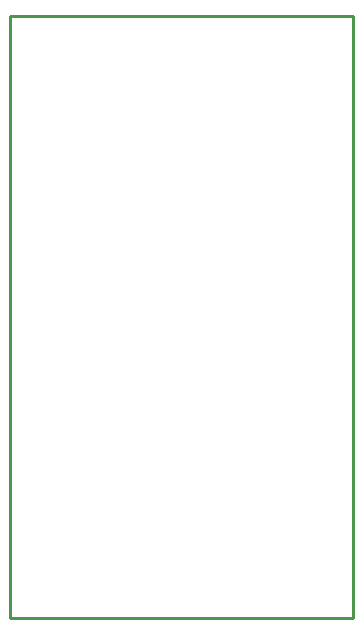
<source format=gbr>
%TF.GenerationSoftware,KiCad,Pcbnew,7.0.11-7.0.11~ubuntu22.04.1*%
%TF.CreationDate,2024-12-17T16:05:19+02:00*%
%TF.ProjectId,RP2350-PICO2-XXL_Rev_A,52503233-3530-42d5-9049-434f322d5858,A*%
%TF.SameCoordinates,PX81b3200PY6e263e0*%
%TF.FileFunction,Profile,NP*%
%FSLAX46Y46*%
G04 Gerber Fmt 4.6, Leading zero omitted, Abs format (unit mm)*
G04 Created by KiCad (PCBNEW 7.0.11-7.0.11~ubuntu22.04.1) date 2024-12-17 16:05:19*
%MOMM*%
%LPD*%
G01*
G04 APERTURE LIST*
%TA.AperFunction,Profile*%
%ADD10C,0.254000*%
%TD*%
G04 APERTURE END LIST*
D10*
X0Y0D02*
X0Y51000000D01*
X29000000Y0D02*
X29000000Y51000000D01*
X0Y51000000D02*
X29000000Y51000000D01*
X0Y0D02*
X29000000Y0D01*
M02*

</source>
